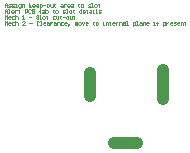
<source format=gm1>
%FSLAX24Y24*%
%MOIN*%
G70*
G01*
G75*
G04 Layer_Color=16711935*
%ADD10C,0.0100*%
%ADD11C,0.0394*%
%ADD12C,0.0551*%
%ADD13C,0.0591*%
%ADD14R,0.0591X0.0591*%
%ADD15O,0.0591X0.1575*%
%ADD16O,0.1575X0.0591*%
%ADD17O,0.0591X0.1772*%
%ADD18O,0.1575X0.0787*%
%ADD19O,0.0787X0.1575*%
%ADD20O,0.0787X0.1772*%
%ADD21R,0.0492X0.0492*%
%ADD22C,0.0492*%
%ADD23R,0.0492X0.0492*%
%ADD24R,0.0728X0.0728*%
%ADD25C,0.0728*%
%ADD26C,0.0472*%
%ADD27C,0.0787*%
%ADD28R,0.0787X0.0787*%
%ADD29R,0.0591X0.0591*%
%ADD30C,0.0079*%
%ADD31C,0.0098*%
%ADD32C,0.0236*%
%ADD33C,0.0059*%
%ADD34R,0.1102X0.0315*%
%ADD35C,0.0474*%
%ADD36C,0.0631*%
%ADD37C,0.0671*%
%ADD38R,0.0671X0.0671*%
%ADD39O,0.0671X0.1655*%
%ADD40O,0.1655X0.0671*%
%ADD41O,0.0671X0.1852*%
%ADD42O,0.1655X0.0867*%
%ADD43O,0.0867X0.1655*%
%ADD44O,0.0867X0.1852*%
%ADD45R,0.0572X0.0572*%
%ADD46C,0.0572*%
%ADD47R,0.0572X0.0572*%
%ADD48R,0.0808X0.0808*%
%ADD49C,0.0808*%
%ADD50C,0.0552*%
%ADD51C,0.0867*%
%ADD52R,0.0867X0.0867*%
%ADD53R,0.0671X0.0671*%
%ADD54C,0.0394*%
%ADD55C,0.0012*%
D54*
X23994Y45108D02*
Y46092D01*
X22340Y43632D02*
X23128D01*
X21553Y45206D02*
Y45994D01*
D55*
X18713Y47988D02*
Y48067D01*
X18752Y48106D01*
X18791Y48067D01*
Y47988D01*
Y48047D01*
X18713D01*
X18831Y47988D02*
X18870D01*
X18850D01*
Y48106D01*
X18831D01*
X18988Y47988D02*
X18949D01*
X18929Y48008D01*
Y48047D01*
X18949Y48067D01*
X18988D01*
X19008Y48047D01*
Y48028D01*
X18929D01*
X19047Y48067D02*
Y47988D01*
Y48028D01*
X19067Y48047D01*
X19086Y48067D01*
X19106D01*
X19185Y48087D02*
Y48067D01*
X19165D01*
X19205D01*
X19185D01*
Y48008D01*
X19205Y47988D01*
X19382D02*
Y48106D01*
X19441D01*
X19460Y48087D01*
Y48047D01*
X19441Y48028D01*
X19382D01*
X19578Y48087D02*
X19559Y48106D01*
X19519D01*
X19500Y48087D01*
Y48008D01*
X19519Y47988D01*
X19559D01*
X19578Y48008D01*
X19618Y48106D02*
Y47988D01*
X19677D01*
X19697Y48008D01*
Y48028D01*
X19677Y48047D01*
X19618D01*
X19677D01*
X19697Y48067D01*
Y48087D01*
X19677Y48106D01*
X19618D01*
X19874Y47988D02*
Y48087D01*
Y48047D01*
X19854D01*
X19893D01*
X19874D01*
Y48087D01*
X19893Y48106D01*
X19972Y48067D02*
X20011D01*
X20031Y48047D01*
Y47988D01*
X19972D01*
X19952Y48008D01*
X19972Y48028D01*
X20031D01*
X20070Y48106D02*
Y47988D01*
X20129D01*
X20149Y48008D01*
Y48028D01*
Y48047D01*
X20129Y48067D01*
X20070D01*
X20326Y48087D02*
Y48067D01*
X20307D01*
X20346D01*
X20326D01*
Y48008D01*
X20346Y47988D01*
X20425D02*
X20464D01*
X20484Y48008D01*
Y48047D01*
X20464Y48067D01*
X20425D01*
X20405Y48047D01*
Y48008D01*
X20425Y47988D01*
X20641D02*
X20700D01*
X20720Y48008D01*
X20700Y48028D01*
X20661D01*
X20641Y48047D01*
X20661Y48067D01*
X20720D01*
X20759Y47988D02*
X20799D01*
X20779D01*
Y48106D01*
X20759D01*
X20877Y47988D02*
X20917D01*
X20936Y48008D01*
Y48047D01*
X20917Y48067D01*
X20877D01*
X20858Y48047D01*
Y48008D01*
X20877Y47988D01*
X20995Y48087D02*
Y48067D01*
X20976D01*
X21015D01*
X20995D01*
Y48008D01*
X21015Y47988D01*
X21271Y48106D02*
Y47988D01*
X21212D01*
X21192Y48008D01*
Y48047D01*
X21212Y48067D01*
X21271D01*
X21369Y47988D02*
X21330D01*
X21310Y48008D01*
Y48047D01*
X21330Y48067D01*
X21369D01*
X21389Y48047D01*
Y48028D01*
X21310D01*
X21448Y48087D02*
Y48067D01*
X21428D01*
X21468D01*
X21448D01*
Y48008D01*
X21468Y47988D01*
X21546Y48067D02*
X21586D01*
X21605Y48047D01*
Y47988D01*
X21546D01*
X21527Y48008D01*
X21546Y48028D01*
X21605D01*
X21645Y47988D02*
X21684D01*
X21664D01*
Y48067D01*
X21645D01*
X21743Y47988D02*
X21782D01*
X21763D01*
Y48106D01*
X21743D01*
X21841Y47988D02*
X21901D01*
X21920Y48008D01*
X21901Y48028D01*
X21861D01*
X21841Y48047D01*
X21861Y48067D01*
X21920D01*
X18713Y48185D02*
Y48264D01*
X18752Y48303D01*
X18791Y48264D01*
Y48185D01*
Y48244D01*
X18713D01*
X18831Y48185D02*
X18890D01*
X18909Y48205D01*
X18890Y48224D01*
X18850D01*
X18831Y48244D01*
X18850Y48264D01*
X18909D01*
X18949Y48185D02*
X19008D01*
X19027Y48205D01*
X19008Y48224D01*
X18968D01*
X18949Y48244D01*
X18968Y48264D01*
X19027D01*
X19067Y48185D02*
X19106D01*
X19086D01*
Y48264D01*
X19067D01*
X19205Y48146D02*
X19224D01*
X19244Y48165D01*
Y48264D01*
X19185D01*
X19165Y48244D01*
Y48205D01*
X19185Y48185D01*
X19244D01*
X19283D02*
Y48264D01*
X19342D01*
X19362Y48244D01*
Y48185D01*
X19519D02*
Y48303D01*
Y48224D02*
X19578Y48264D01*
X19519Y48224D02*
X19578Y48185D01*
X19697D02*
X19657D01*
X19637Y48205D01*
Y48244D01*
X19657Y48264D01*
X19697D01*
X19716Y48244D01*
Y48224D01*
X19637D01*
X19815Y48185D02*
X19775D01*
X19756Y48205D01*
Y48244D01*
X19775Y48264D01*
X19815D01*
X19834Y48244D01*
Y48224D01*
X19756D01*
X19874Y48146D02*
Y48264D01*
X19933D01*
X19952Y48244D01*
Y48205D01*
X19933Y48185D01*
X19874D01*
X19992Y48244D02*
X20070D01*
X20129Y48185D02*
X20169D01*
X20189Y48205D01*
Y48244D01*
X20169Y48264D01*
X20129D01*
X20110Y48244D01*
Y48205D01*
X20129Y48185D01*
X20228Y48264D02*
Y48205D01*
X20248Y48185D01*
X20307D01*
Y48264D01*
X20366Y48283D02*
Y48264D01*
X20346D01*
X20385D01*
X20366D01*
Y48205D01*
X20385Y48185D01*
X20582Y48264D02*
X20621D01*
X20641Y48244D01*
Y48185D01*
X20582D01*
X20562Y48205D01*
X20582Y48224D01*
X20641D01*
X20680Y48264D02*
Y48185D01*
Y48224D01*
X20700Y48244D01*
X20720Y48264D01*
X20740D01*
X20858Y48185D02*
X20818D01*
X20799Y48205D01*
Y48244D01*
X20818Y48264D01*
X20858D01*
X20877Y48244D01*
Y48224D01*
X20799D01*
X20936Y48264D02*
X20976D01*
X20995Y48244D01*
Y48185D01*
X20936D01*
X20917Y48205D01*
X20936Y48224D01*
X20995D01*
X21172Y48283D02*
Y48264D01*
X21153D01*
X21192D01*
X21172D01*
Y48205D01*
X21192Y48185D01*
X21271D02*
X21310D01*
X21330Y48205D01*
Y48244D01*
X21310Y48264D01*
X21271D01*
X21251Y48244D01*
Y48205D01*
X21271Y48185D01*
X21487D02*
X21546D01*
X21566Y48205D01*
X21546Y48224D01*
X21507D01*
X21487Y48244D01*
X21507Y48264D01*
X21566D01*
X21605Y48185D02*
X21645D01*
X21625D01*
Y48303D01*
X21605D01*
X21723Y48185D02*
X21763D01*
X21782Y48205D01*
Y48244D01*
X21763Y48264D01*
X21723D01*
X21704Y48244D01*
Y48205D01*
X21723Y48185D01*
X21842Y48283D02*
Y48264D01*
X21822D01*
X21861D01*
X21842D01*
Y48205D01*
X21861Y48185D01*
X18713Y47791D02*
Y47909D01*
X18752Y47870D01*
X18791Y47909D01*
Y47791D01*
X18890D02*
X18850D01*
X18831Y47811D01*
Y47850D01*
X18850Y47870D01*
X18890D01*
X18909Y47850D01*
Y47831D01*
X18831D01*
X19027Y47870D02*
X18968D01*
X18949Y47850D01*
Y47811D01*
X18968Y47791D01*
X19027D01*
X19067Y47909D02*
Y47791D01*
Y47850D01*
X19086Y47870D01*
X19126D01*
X19146Y47850D01*
Y47791D01*
X19303D02*
X19342D01*
X19323D01*
Y47909D01*
X19303Y47890D01*
X19519Y47850D02*
X19598D01*
X19834Y47890D02*
X19815Y47909D01*
X19775D01*
X19756Y47890D01*
Y47870D01*
X19775Y47850D01*
X19815D01*
X19834Y47831D01*
Y47811D01*
X19815Y47791D01*
X19775D01*
X19756Y47811D01*
X19874Y47791D02*
X19913D01*
X19893D01*
Y47909D01*
X19874D01*
X19992Y47791D02*
X20031D01*
X20051Y47811D01*
Y47850D01*
X20031Y47870D01*
X19992D01*
X19972Y47850D01*
Y47811D01*
X19992Y47791D01*
X20110Y47890D02*
Y47870D01*
X20090D01*
X20129D01*
X20110D01*
Y47811D01*
X20129Y47791D01*
X20385Y47870D02*
X20326D01*
X20307Y47850D01*
Y47811D01*
X20326Y47791D01*
X20385D01*
X20425Y47870D02*
Y47811D01*
X20444Y47791D01*
X20503D01*
Y47870D01*
X20562Y47890D02*
Y47870D01*
X20543D01*
X20582D01*
X20562D01*
Y47811D01*
X20582Y47791D01*
X20641Y47850D02*
X20720D01*
X20779Y47791D02*
X20818D01*
X20838Y47811D01*
Y47850D01*
X20818Y47870D01*
X20779D01*
X20759Y47850D01*
Y47811D01*
X20779Y47791D01*
X20877Y47870D02*
Y47811D01*
X20897Y47791D01*
X20956D01*
Y47870D01*
X21015Y47890D02*
Y47870D01*
X20995D01*
X21035D01*
X21015D01*
Y47811D01*
X21035Y47791D01*
X18713Y47594D02*
Y47713D01*
X18752Y47673D01*
X18791Y47713D01*
Y47594D01*
X18890D02*
X18850D01*
X18831Y47614D01*
Y47653D01*
X18850Y47673D01*
X18890D01*
X18909Y47653D01*
Y47634D01*
X18831D01*
X19027Y47673D02*
X18968D01*
X18949Y47653D01*
Y47614D01*
X18968Y47594D01*
X19027D01*
X19067Y47713D02*
Y47594D01*
Y47653D01*
X19086Y47673D01*
X19126D01*
X19146Y47653D01*
Y47594D01*
X19382D02*
X19303D01*
X19382Y47673D01*
Y47693D01*
X19362Y47713D01*
X19323D01*
X19303Y47693D01*
X19539Y47653D02*
X19618D01*
X19854Y47693D02*
X19834Y47713D01*
X19795D01*
X19775Y47693D01*
Y47614D01*
X19795Y47594D01*
X19834D01*
X19854Y47614D01*
X19893Y47594D02*
X19933D01*
X19913D01*
Y47713D01*
X19893D01*
X20051Y47594D02*
X20011D01*
X19992Y47614D01*
Y47653D01*
X20011Y47673D01*
X20051D01*
X20070Y47653D01*
Y47634D01*
X19992D01*
X20129Y47673D02*
X20169D01*
X20189Y47653D01*
Y47594D01*
X20129D01*
X20110Y47614D01*
X20129Y47634D01*
X20189D01*
X20228Y47673D02*
Y47594D01*
Y47634D01*
X20248Y47653D01*
X20267Y47673D01*
X20287D01*
X20366D02*
X20405D01*
X20425Y47653D01*
Y47594D01*
X20366D01*
X20346Y47614D01*
X20366Y47634D01*
X20425D01*
X20464Y47594D02*
Y47673D01*
X20523D01*
X20543Y47653D01*
Y47594D01*
X20661Y47673D02*
X20602D01*
X20582Y47653D01*
Y47614D01*
X20602Y47594D01*
X20661D01*
X20759D02*
X20720D01*
X20700Y47614D01*
Y47653D01*
X20720Y47673D01*
X20759D01*
X20779Y47653D01*
Y47634D01*
X20700D01*
X20838Y47575D02*
X20858Y47594D01*
Y47614D01*
X20838D01*
Y47594D01*
X20858D01*
X20838Y47575D01*
X20818Y47555D01*
X21054Y47594D02*
Y47673D01*
X21074D01*
X21094Y47653D01*
Y47594D01*
Y47653D01*
X21113Y47673D01*
X21133Y47653D01*
Y47594D01*
X21192D02*
X21231D01*
X21251Y47614D01*
Y47653D01*
X21231Y47673D01*
X21192D01*
X21172Y47653D01*
Y47614D01*
X21192Y47594D01*
X21291Y47673D02*
X21330Y47594D01*
X21369Y47673D01*
X21468Y47594D02*
X21428D01*
X21409Y47614D01*
Y47653D01*
X21428Y47673D01*
X21468D01*
X21487Y47653D01*
Y47634D01*
X21409D01*
X21664Y47693D02*
Y47673D01*
X21645D01*
X21684D01*
X21664D01*
Y47614D01*
X21684Y47594D01*
X21763D02*
X21802D01*
X21822Y47614D01*
Y47653D01*
X21802Y47673D01*
X21763D01*
X21743Y47653D01*
Y47614D01*
X21763Y47594D01*
X21979D02*
X22019D01*
X21999D01*
Y47673D01*
X21979D01*
X22078Y47594D02*
Y47673D01*
X22137D01*
X22156Y47653D01*
Y47594D01*
X22215Y47693D02*
Y47673D01*
X22196D01*
X22235D01*
X22215D01*
Y47614D01*
X22235Y47594D01*
X22353D02*
X22314D01*
X22294Y47614D01*
Y47653D01*
X22314Y47673D01*
X22353D01*
X22373Y47653D01*
Y47634D01*
X22294D01*
X22412Y47673D02*
Y47594D01*
Y47634D01*
X22432Y47653D01*
X22452Y47673D01*
X22471D01*
X22530Y47594D02*
Y47673D01*
X22589D01*
X22609Y47653D01*
Y47594D01*
X22668Y47673D02*
X22707D01*
X22727Y47653D01*
Y47594D01*
X22668D01*
X22648Y47614D01*
X22668Y47634D01*
X22727D01*
X22766Y47594D02*
X22806D01*
X22786D01*
Y47713D01*
X22766D01*
X22983Y47555D02*
Y47673D01*
X23042D01*
X23062Y47653D01*
Y47614D01*
X23042Y47594D01*
X22983D01*
X23101D02*
X23140D01*
X23121D01*
Y47713D01*
X23101D01*
X23219Y47673D02*
X23258D01*
X23278Y47653D01*
Y47594D01*
X23219D01*
X23199Y47614D01*
X23219Y47634D01*
X23278D01*
X23317Y47594D02*
Y47673D01*
X23376D01*
X23396Y47653D01*
Y47594D01*
X23495D02*
X23455D01*
X23435Y47614D01*
Y47653D01*
X23455Y47673D01*
X23495D01*
X23514Y47653D01*
Y47634D01*
X23435D01*
X23672Y47594D02*
X23711D01*
X23691D01*
Y47673D01*
X23672D01*
X23790Y47594D02*
Y47693D01*
Y47653D01*
X23770D01*
X23809D01*
X23790D01*
Y47693D01*
X23809Y47713D01*
X23986Y47555D02*
Y47673D01*
X24046D01*
X24065Y47653D01*
Y47614D01*
X24046Y47594D01*
X23986D01*
X24105Y47673D02*
Y47594D01*
Y47634D01*
X24124Y47653D01*
X24144Y47673D01*
X24164D01*
X24282Y47594D02*
X24242D01*
X24223Y47614D01*
Y47653D01*
X24242Y47673D01*
X24282D01*
X24301Y47653D01*
Y47634D01*
X24223D01*
X24341Y47594D02*
X24400D01*
X24419Y47614D01*
X24400Y47634D01*
X24360D01*
X24341Y47653D01*
X24360Y47673D01*
X24419D01*
X24518Y47594D02*
X24478D01*
X24459Y47614D01*
Y47653D01*
X24478Y47673D01*
X24518D01*
X24537Y47653D01*
Y47634D01*
X24459D01*
X24577Y47594D02*
Y47673D01*
X24636D01*
X24656Y47653D01*
Y47594D01*
X24715Y47693D02*
Y47673D01*
X24695D01*
X24734D01*
X24715D01*
Y47614D01*
X24734Y47594D01*
M02*

</source>
